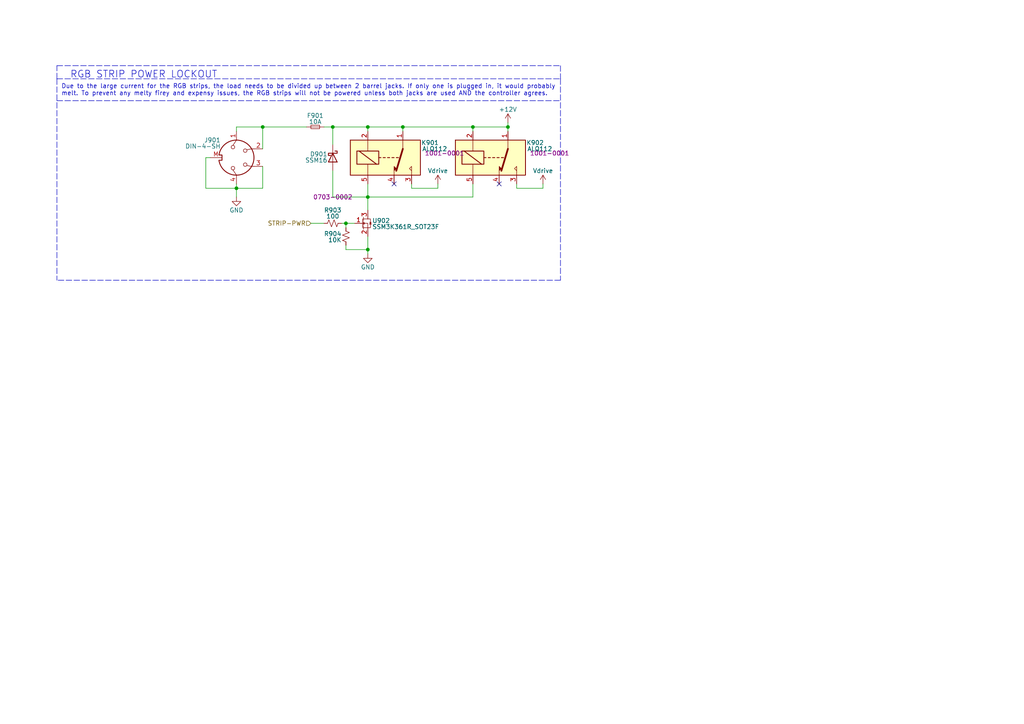
<source format=kicad_sch>
(kicad_sch (version 20211123) (generator eeschema)

  (uuid 8f45f4e1-3bcd-4411-865a-831153ec50fc)

  (paper "A4")

  (title_block
    (title "LightDrum")
    (rev "REV9")
    (company "Daxxn Industries")
  )

  (lib_symbols
    (symbol "Daxxn_Connectors:DIN-4-SH" (pin_names (offset 1.016)) (in_bom yes) (on_board yes)
      (property "Reference" "J" (id 0) (at 5.334 5.08 0)
        (effects (font (size 1.27 1.27)))
      )
      (property "Value" "DIN-4-SH" (id 1) (at -1.27 24.13 0)
        (effects (font (size 1.27 1.27)))
      )
      (property "Footprint" "" (id 2) (at 0 0 0)
        (effects (font (size 1.27 1.27)) hide)
      )
      (property "Datasheet" "http://www.mouser.com/ds/2/18/40_c091_abd_e-75918.pdf" (id 3) (at -1.27 21.59 0)
        (effects (font (size 1.27 1.27)) hide)
      )
      (property "ki_keywords" "circular DIN connector" (id 4) (at 0 0 0)
        (effects (font (size 1.27 1.27)) hide)
      )
      (property "ki_description" "4-pin DIN connector" (id 5) (at 0 0 0)
        (effects (font (size 1.27 1.27)) hide)
      )
      (property "ki_fp_filters" "DIN*" (id 6) (at 0 0 0)
        (effects (font (size 1.27 1.27)) hide)
      )
      (symbol "DIN-4-SH_0_1"
        (arc (start -5.08 0) (mid -3.8609 -3.3364) (end -0.762 -5.08)
          (stroke (width 0.254) (type default) (color 0 0 0 0))
          (fill (type none))
        )
        (circle (center -3.048 -1.016) (radius 0.508)
          (stroke (width 0) (type default) (color 0 0 0 0))
          (fill (type none))
        )
        (circle (center -2.032 2.54) (radius 0.508)
          (stroke (width 0) (type default) (color 0 0 0 0))
          (fill (type none))
        )
        (polyline
          (pts
            (xy -3.556 -1.016)
            (xy -5.08 0)
          )
          (stroke (width 0) (type default) (color 0 0 0 0))
          (fill (type none))
        )
        (polyline
          (pts
            (xy 5.08 0)
            (xy 3.556 -1.016)
          )
          (stroke (width 0) (type default) (color 0 0 0 0))
          (fill (type none))
        )
        (polyline
          (pts
            (xy -2.54 5.08)
            (xy -2.54 4.318)
            (xy -2.286 3.048)
          )
          (stroke (width 0) (type default) (color 0 0 0 0))
          (fill (type none))
        )
        (polyline
          (pts
            (xy 2.54 5.08)
            (xy 2.54 4.318)
            (xy 2.286 3.048)
          )
          (stroke (width 0) (type default) (color 0 0 0 0))
          (fill (type none))
        )
        (polyline
          (pts
            (xy -0.762 -4.953)
            (xy -0.762 -4.191)
            (xy 0.762 -4.191)
            (xy 0.762 -4.953)
          )
          (stroke (width 0.254) (type default) (color 0 0 0 0))
          (fill (type none))
        )
        (arc (start 0.762 -5.08) (mid 3.8685 -3.343) (end 5.08 0)
          (stroke (width 0.254) (type default) (color 0 0 0 0))
          (fill (type none))
        )
        (circle (center 2.032 2.54) (radius 0.508)
          (stroke (width 0) (type default) (color 0 0 0 0))
          (fill (type none))
        )
        (circle (center 3.048 -1.016) (radius 0.508)
          (stroke (width 0) (type default) (color 0 0 0 0))
          (fill (type none))
        )
        (arc (start 5.08 0) (mid 0 5.08) (end -5.08 0)
          (stroke (width 0.254) (type default) (color 0 0 0 0))
          (fill (type none))
        )
      )
      (symbol "DIN-4-SH_1_1"
        (pin passive line (at -7.62 0 0) (length 2.54)
          (name "~" (effects (font (size 1.27 1.27))))
          (number "1" (effects (font (size 1.27 1.27))))
        )
        (pin passive line (at -2.54 7.62 270) (length 2.54)
          (name "~" (effects (font (size 1.27 1.27))))
          (number "2" (effects (font (size 1.27 1.27))))
        )
        (pin passive line (at 2.54 7.62 270) (length 2.54)
          (name "~" (effects (font (size 1.27 1.27))))
          (number "3" (effects (font (size 1.27 1.27))))
        )
        (pin passive line (at 7.62 0 180) (length 2.54)
          (name "~" (effects (font (size 1.27 1.27))))
          (number "4" (effects (font (size 1.27 1.27))))
        )
        (pin passive line (at 0 -7.62 90) (length 3.3)
          (name "~" (effects (font (size 1.27 1.27))))
          (number "M" (effects (font (size 1.27 1.27))))
        )
      )
    )
    (symbol "Daxxn_Relays:ALQ112" (in_bom yes) (on_board yes)
      (property "Reference" "K" (id 0) (at 11.43 3.81 0)
        (effects (font (size 1.27 1.27)) (justify left))
      )
      (property "Value" "ALQ112" (id 1) (at 11.43 1.27 0)
        (effects (font (size 1.27 1.27)) (justify left))
      )
      (property "Footprint" "Daxxn_Relays:ALQ112" (id 2) (at 0 19.05 0)
        (effects (font (size 1.27 1.27)) hide)
      )
      (property "Datasheet" "http://www.omron.com/ecb/products/pdf/en-g5le.pdf" (id 3) (at 0 16.51 0)
        (effects (font (size 1.27 1.27)) hide)
      )
      (property "PartNumber" "1001-0001" (id 4) (at 11.43 -1.27 0)
        (effects (font (size 1.27 1.27)) (justify left))
      )
      (property "ki_keywords" "Miniature Single Pole Relay" (id 5) (at 0 0 0)
        (effects (font (size 1.27 1.27)) hide)
      )
      (property "ki_description" "Omron G5LE relay, Miniature Single Pole, SPDT, 10A" (id 6) (at 0 0 0)
        (effects (font (size 1.27 1.27)) hide)
      )
      (property "ki_fp_filters" "Relay*SPDT*Omron*G5LE?1*" (id 7) (at 0 0 0)
        (effects (font (size 1.27 1.27)) hide)
      )
      (symbol "ALQ112_0_0"
        (polyline
          (pts
            (xy 7.62 5.08)
            (xy 7.62 2.54)
            (xy 6.985 3.175)
            (xy 7.62 3.81)
          )
          (stroke (width 0) (type default) (color 0 0 0 0))
          (fill (type none))
        )
      )
      (symbol "ALQ112_0_1"
        (rectangle (start -10.16 5.08) (end 10.16 -5.08)
          (stroke (width 0.254) (type default) (color 0 0 0 0))
          (fill (type background))
        )
        (rectangle (start -8.255 1.905) (end -1.905 -1.905)
          (stroke (width 0.254) (type default) (color 0 0 0 0))
          (fill (type none))
        )
        (polyline
          (pts
            (xy -7.62 -1.905)
            (xy -2.54 1.905)
          )
          (stroke (width 0.254) (type default) (color 0 0 0 0))
          (fill (type none))
        )
        (polyline
          (pts
            (xy -5.08 -5.08)
            (xy -5.08 -1.905)
          )
          (stroke (width 0) (type default) (color 0 0 0 0))
          (fill (type none))
        )
        (polyline
          (pts
            (xy -5.08 5.08)
            (xy -5.08 1.905)
          )
          (stroke (width 0) (type default) (color 0 0 0 0))
          (fill (type none))
        )
        (polyline
          (pts
            (xy -1.905 0)
            (xy -1.27 0)
          )
          (stroke (width 0.254) (type default) (color 0 0 0 0))
          (fill (type none))
        )
        (polyline
          (pts
            (xy -0.635 0)
            (xy 0 0)
          )
          (stroke (width 0.254) (type default) (color 0 0 0 0))
          (fill (type none))
        )
        (polyline
          (pts
            (xy 0.635 0)
            (xy 1.27 0)
          )
          (stroke (width 0.254) (type default) (color 0 0 0 0))
          (fill (type none))
        )
        (polyline
          (pts
            (xy 1.905 0)
            (xy 2.54 0)
          )
          (stroke (width 0.254) (type default) (color 0 0 0 0))
          (fill (type none))
        )
        (polyline
          (pts
            (xy 3.175 0)
            (xy 3.81 0)
          )
          (stroke (width 0.254) (type default) (color 0 0 0 0))
          (fill (type none))
        )
        (polyline
          (pts
            (xy 5.08 -2.54)
            (xy 3.175 3.81)
          )
          (stroke (width 0.508) (type default) (color 0 0 0 0))
          (fill (type none))
        )
        (polyline
          (pts
            (xy 5.08 -2.54)
            (xy 5.08 -5.08)
          )
          (stroke (width 0) (type default) (color 0 0 0 0))
          (fill (type none))
        )
        (polyline
          (pts
            (xy 2.54 5.08)
            (xy 2.54 2.54)
            (xy 3.175 3.175)
            (xy 2.54 3.81)
          )
          (stroke (width 0) (type default) (color 0 0 0 0))
          (fill (type outline))
        )
      )
      (symbol "ALQ112_1_1"
        (pin passive line (at 5.08 -7.62 90) (length 2.54)
          (name "~" (effects (font (size 1.27 1.27))))
          (number "1" (effects (font (size 1.27 1.27))))
        )
        (pin passive line (at -5.08 -7.62 90) (length 2.54)
          (name "~" (effects (font (size 1.27 1.27))))
          (number "2" (effects (font (size 1.27 1.27))))
        )
        (pin passive line (at 7.62 7.62 270) (length 2.54)
          (name "~" (effects (font (size 1.27 1.27))))
          (number "3" (effects (font (size 1.27 1.27))))
        )
        (pin passive line (at 2.54 7.62 270) (length 2.54)
          (name "~" (effects (font (size 1.27 1.27))))
          (number "4" (effects (font (size 1.27 1.27))))
        )
        (pin passive line (at -5.08 7.62 270) (length 2.54)
          (name "~" (effects (font (size 1.27 1.27))))
          (number "5" (effects (font (size 1.27 1.27))))
        )
      )
    )
    (symbol "Daxxn_Transistors:SSM3K361R_SOT23F" (in_bom yes) (on_board yes)
      (property "Reference" "Q" (id 0) (at -8.89 2.54 0)
        (effects (font (size 1.27 1.27)))
      )
      (property "Value" "SSM3K361R_SOT23F" (id 1) (at -10.16 5.08 0)
        (effects (font (size 1.27 1.27)))
      )
      (property "Footprint" "Package_TO_SOT_SMD:SOT-23" (id 2) (at 1.27 12.7 0)
        (effects (font (size 1.27 1.27)) hide)
      )
      (property "Datasheet" "%LOCAL_DATASHEETS%\\SSM3K361R.pdf" (id 3) (at 1.27 15.24 0)
        (effects (font (size 1.27 1.27)) hide)
      )
      (property "PartNumber" "0703-0002" (id 4) (at -8.89 7.62 0)
        (effects (font (size 1.27 1.27)))
      )
      (property "ki_keywords" "n-ch mosfet fet esd" (id 5) (at 0 0 0)
        (effects (font (size 1.27 1.27)) hide)
      )
      (property "ki_description" "N-Ch MOSFET w/ ESD" (id 6) (at 0 0 0)
        (effects (font (size 1.27 1.27)) hide)
      )
      (symbol "SSM3K361R_SOT23F_0_0"
        (pin input line (at -2.54 0 0) (length 2.25)
          (name "G" (effects (font (size 0 0))))
          (number "1" (effects (font (size 1.27 1.27))))
        )
        (pin bidirectional line (at 1.27 -3.81 90) (length 2.54)
          (name "S" (effects (font (size 0 0))))
          (number "2" (effects (font (size 1.27 1.27))))
        )
        (pin bidirectional line (at 1.27 3.81 270) (length 2.54)
          (name "D" (effects (font (size 0 0))))
          (number "3" (effects (font (size 1.27 1.27))))
        )
      )
      (symbol "SSM3K361R_SOT23F_0_1"
        (polyline
          (pts
            (xy -0.254 -1.27)
            (xy -0.254 1.27)
          )
          (stroke (width 0) (type default) (color 0 0 0 0))
          (fill (type none))
        )
        (polyline
          (pts
            (xy 0 -1.778)
            (xy 0 -0.762)
          )
          (stroke (width 0) (type default) (color 0 0 0 0))
          (fill (type none))
        )
        (polyline
          (pts
            (xy 0 -0.508)
            (xy 0 0.508)
          )
          (stroke (width 0) (type default) (color 0 0 0 0))
          (fill (type none))
        )
        (polyline
          (pts
            (xy 0 1.778)
            (xy 0 0.762)
          )
          (stroke (width 0) (type default) (color 0 0 0 0))
          (fill (type none))
        )
        (polyline
          (pts
            (xy 1.778 0.254)
            (xy 2.286 0.254)
          )
          (stroke (width 0) (type default) (color 0 0 0 0))
          (fill (type none))
        )
        (polyline
          (pts
            (xy 0 -1.27)
            (xy 1.27 -1.27)
            (xy 1.27 -1.27)
          )
          (stroke (width 0) (type default) (color 0 0 0 0))
          (fill (type none))
        )
        (polyline
          (pts
            (xy 0 1.27)
            (xy 1.27 1.27)
            (xy 1.27 1.27)
          )
          (stroke (width 0) (type default) (color 0 0 0 0))
          (fill (type none))
        )
        (polyline
          (pts
            (xy 1.27 -1.27)
            (xy 1.27 0)
            (xy 0 0)
          )
          (stroke (width 0) (type default) (color 0 0 0 0))
          (fill (type none))
        )
        (polyline
          (pts
            (xy 0 0)
            (xy 0.254 0.254)
            (xy 0.254 -0.254)
            (xy 0 0)
          )
          (stroke (width 0) (type default) (color 0 0 0 0))
          (fill (type none))
        )
        (polyline
          (pts
            (xy 1.27 -1.27)
            (xy 2.032 -1.27)
            (xy 2.032 1.27)
            (xy 1.27 1.27)
          )
          (stroke (width 0) (type default) (color 0 0 0 0))
          (fill (type none))
        )
        (polyline
          (pts
            (xy 2.032 0.254)
            (xy 1.778 -0.254)
            (xy 2.286 -0.254)
            (xy 2.032 0.254)
          )
          (stroke (width 0) (type default) (color 0 0 0 0))
          (fill (type outline))
        )
      )
    )
    (symbol "Device:D_Schottky" (pin_numbers hide) (pin_names (offset 1.016) hide) (in_bom yes) (on_board yes)
      (property "Reference" "D" (id 0) (at 0 2.54 0)
        (effects (font (size 1.27 1.27)))
      )
      (property "Value" "D_Schottky" (id 1) (at 0 -2.54 0)
        (effects (font (size 1.27 1.27)))
      )
      (property "Footprint" "" (id 2) (at 0 0 0)
        (effects (font (size 1.27 1.27)) hide)
      )
      (property "Datasheet" "~" (id 3) (at 0 0 0)
        (effects (font (size 1.27 1.27)) hide)
      )
      (property "ki_keywords" "diode Schottky" (id 4) (at 0 0 0)
        (effects (font (size 1.27 1.27)) hide)
      )
      (property "ki_description" "Schottky diode" (id 5) (at 0 0 0)
        (effects (font (size 1.27 1.27)) hide)
      )
      (property "ki_fp_filters" "TO-???* *_Diode_* *SingleDiode* D_*" (id 6) (at 0 0 0)
        (effects (font (size 1.27 1.27)) hide)
      )
      (symbol "D_Schottky_0_1"
        (polyline
          (pts
            (xy 1.27 0)
            (xy -1.27 0)
          )
          (stroke (width 0) (type default) (color 0 0 0 0))
          (fill (type none))
        )
        (polyline
          (pts
            (xy 1.27 1.27)
            (xy 1.27 -1.27)
            (xy -1.27 0)
            (xy 1.27 1.27)
          )
          (stroke (width 0.254) (type default) (color 0 0 0 0))
          (fill (type none))
        )
        (polyline
          (pts
            (xy -1.905 0.635)
            (xy -1.905 1.27)
            (xy -1.27 1.27)
            (xy -1.27 -1.27)
            (xy -0.635 -1.27)
            (xy -0.635 -0.635)
          )
          (stroke (width 0.254) (type default) (color 0 0 0 0))
          (fill (type none))
        )
      )
      (symbol "D_Schottky_1_1"
        (pin passive line (at -3.81 0 0) (length 2.54)
          (name "K" (effects (font (size 1.27 1.27))))
          (number "1" (effects (font (size 1.27 1.27))))
        )
        (pin passive line (at 3.81 0 180) (length 2.54)
          (name "A" (effects (font (size 1.27 1.27))))
          (number "2" (effects (font (size 1.27 1.27))))
        )
      )
    )
    (symbol "Device:Fuse_Small" (pin_numbers hide) (pin_names (offset 0.254) hide) (in_bom yes) (on_board yes)
      (property "Reference" "F" (id 0) (at 0 -1.524 0)
        (effects (font (size 1.27 1.27)))
      )
      (property "Value" "Fuse_Small" (id 1) (at 0 1.524 0)
        (effects (font (size 1.27 1.27)))
      )
      (property "Footprint" "" (id 2) (at 0 0 0)
        (effects (font (size 1.27 1.27)) hide)
      )
      (property "Datasheet" "~" (id 3) (at 0 0 0)
        (effects (font (size 1.27 1.27)) hide)
      )
      (property "ki_keywords" "fuse" (id 4) (at 0 0 0)
        (effects (font (size 1.27 1.27)) hide)
      )
      (property "ki_description" "Fuse, small symbol" (id 5) (at 0 0 0)
        (effects (font (size 1.27 1.27)) hide)
      )
      (property "ki_fp_filters" "SM*" (id 6) (at 0 0 0)
        (effects (font (size 1.27 1.27)) hide)
      )
      (symbol "Fuse_Small_0_1"
        (rectangle (start -1.27 0.508) (end 1.27 -0.508)
          (stroke (width 0) (type default) (color 0 0 0 0))
          (fill (type none))
        )
        (polyline
          (pts
            (xy -1.27 0)
            (xy 1.27 0)
          )
          (stroke (width 0) (type default) (color 0 0 0 0))
          (fill (type none))
        )
      )
      (symbol "Fuse_Small_1_1"
        (pin passive line (at -2.54 0 0) (length 1.27)
          (name "~" (effects (font (size 1.27 1.27))))
          (number "1" (effects (font (size 1.27 1.27))))
        )
        (pin passive line (at 2.54 0 180) (length 1.27)
          (name "~" (effects (font (size 1.27 1.27))))
          (number "2" (effects (font (size 1.27 1.27))))
        )
      )
    )
    (symbol "Device:R_Small_US" (pin_numbers hide) (pin_names (offset 0.254) hide) (in_bom yes) (on_board yes)
      (property "Reference" "R" (id 0) (at 0.762 0.508 0)
        (effects (font (size 1.27 1.27)) (justify left))
      )
      (property "Value" "R_Small_US" (id 1) (at 0.762 -1.016 0)
        (effects (font (size 1.27 1.27)) (justify left))
      )
      (property "Footprint" "" (id 2) (at 0 0 0)
        (effects (font (size 1.27 1.27)) hide)
      )
      (property "Datasheet" "~" (id 3) (at 0 0 0)
        (effects (font (size 1.27 1.27)) hide)
      )
      (property "ki_keywords" "r resistor" (id 4) (at 0 0 0)
        (effects (font (size 1.27 1.27)) hide)
      )
      (property "ki_description" "Resistor, small US symbol" (id 5) (at 0 0 0)
        (effects (font (size 1.27 1.27)) hide)
      )
      (property "ki_fp_filters" "R_*" (id 6) (at 0 0 0)
        (effects (font (size 1.27 1.27)) hide)
      )
      (symbol "R_Small_US_1_1"
        (polyline
          (pts
            (xy 0 0)
            (xy 1.016 -0.381)
            (xy 0 -0.762)
            (xy -1.016 -1.143)
            (xy 0 -1.524)
          )
          (stroke (width 0) (type default) (color 0 0 0 0))
          (fill (type none))
        )
        (polyline
          (pts
            (xy 0 1.524)
            (xy 1.016 1.143)
            (xy 0 0.762)
            (xy -1.016 0.381)
            (xy 0 0)
          )
          (stroke (width 0) (type default) (color 0 0 0 0))
          (fill (type none))
        )
        (pin passive line (at 0 2.54 270) (length 1.016)
          (name "~" (effects (font (size 1.27 1.27))))
          (number "1" (effects (font (size 1.27 1.27))))
        )
        (pin passive line (at 0 -2.54 90) (length 1.016)
          (name "~" (effects (font (size 1.27 1.27))))
          (number "2" (effects (font (size 1.27 1.27))))
        )
      )
    )
    (symbol "power:+12V" (power) (pin_names (offset 0)) (in_bom yes) (on_board yes)
      (property "Reference" "#PWR" (id 0) (at 0 -3.81 0)
        (effects (font (size 1.27 1.27)) hide)
      )
      (property "Value" "+12V" (id 1) (at 0 3.556 0)
        (effects (font (size 1.27 1.27)))
      )
      (property "Footprint" "" (id 2) (at 0 0 0)
        (effects (font (size 1.27 1.27)) hide)
      )
      (property "Datasheet" "" (id 3) (at 0 0 0)
        (effects (font (size 1.27 1.27)) hide)
      )
      (property "ki_keywords" "power-flag" (id 4) (at 0 0 0)
        (effects (font (size 1.27 1.27)) hide)
      )
      (property "ki_description" "Power symbol creates a global label with name \"+12V\"" (id 5) (at 0 0 0)
        (effects (font (size 1.27 1.27)) hide)
      )
      (symbol "+12V_0_1"
        (polyline
          (pts
            (xy -0.762 1.27)
            (xy 0 2.54)
          )
          (stroke (width 0) (type default) (color 0 0 0 0))
          (fill (type none))
        )
        (polyline
          (pts
            (xy 0 0)
            (xy 0 2.54)
          )
          (stroke (width 0) (type default) (color 0 0 0 0))
          (fill (type none))
        )
        (polyline
          (pts
            (xy 0 2.54)
            (xy 0.762 1.27)
          )
          (stroke (width 0) (type default) (color 0 0 0 0))
          (fill (type none))
        )
      )
      (symbol "+12V_1_1"
        (pin power_in line (at 0 0 90) (length 0) hide
          (name "+12V" (effects (font (size 1.27 1.27))))
          (number "1" (effects (font (size 1.27 1.27))))
        )
      )
    )
    (symbol "power:GND" (power) (pin_names (offset 0)) (in_bom yes) (on_board yes)
      (property "Reference" "#PWR" (id 0) (at 0 -6.35 0)
        (effects (font (size 1.27 1.27)) hide)
      )
      (property "Value" "GND" (id 1) (at 0 -3.81 0)
        (effects (font (size 1.27 1.27)))
      )
      (property "Footprint" "" (id 2) (at 0 0 0)
        (effects (font (size 1.27 1.27)) hide)
      )
      (property "Datasheet" "" (id 3) (at 0 0 0)
        (effects (font (size 1.27 1.27)) hide)
      )
      (property "ki_keywords" "power-flag" (id 4) (at 0 0 0)
        (effects (font (size 1.27 1.27)) hide)
      )
      (property "ki_description" "Power symbol creates a global label with name \"GND\" , ground" (id 5) (at 0 0 0)
        (effects (font (size 1.27 1.27)) hide)
      )
      (symbol "GND_0_1"
        (polyline
          (pts
            (xy 0 0)
            (xy 0 -1.27)
            (xy 1.27 -1.27)
            (xy 0 -2.54)
            (xy -1.27 -1.27)
            (xy 0 -1.27)
          )
          (stroke (width 0) (type default) (color 0 0 0 0))
          (fill (type none))
        )
      )
      (symbol "GND_1_1"
        (pin power_in line (at 0 0 270) (length 0) hide
          (name "GND" (effects (font (size 1.27 1.27))))
          (number "1" (effects (font (size 1.27 1.27))))
        )
      )
    )
    (symbol "power:Vdrive" (power) (pin_names (offset 0)) (in_bom yes) (on_board yes)
      (property "Reference" "#PWR" (id 0) (at -5.08 -3.81 0)
        (effects (font (size 1.27 1.27)) hide)
      )
      (property "Value" "Vdrive" (id 1) (at 0 3.81 0)
        (effects (font (size 1.27 1.27)))
      )
      (property "Footprint" "" (id 2) (at 0 0 0)
        (effects (font (size 1.27 1.27)) hide)
      )
      (property "Datasheet" "" (id 3) (at 0 0 0)
        (effects (font (size 1.27 1.27)) hide)
      )
      (property "ki_keywords" "power-flag" (id 4) (at 0 0 0)
        (effects (font (size 1.27 1.27)) hide)
      )
      (property "ki_description" "Power symbol creates a global label with name \"Vdrive\"" (id 5) (at 0 0 0)
        (effects (font (size 1.27 1.27)) hide)
      )
      (symbol "Vdrive_0_1"
        (polyline
          (pts
            (xy -0.762 1.27)
            (xy 0 2.54)
          )
          (stroke (width 0) (type default) (color 0 0 0 0))
          (fill (type none))
        )
        (polyline
          (pts
            (xy 0 0)
            (xy 0 2.54)
          )
          (stroke (width 0) (type default) (color 0 0 0 0))
          (fill (type none))
        )
        (polyline
          (pts
            (xy 0 2.54)
            (xy 0.762 1.27)
          )
          (stroke (width 0) (type default) (color 0 0 0 0))
          (fill (type none))
        )
      )
      (symbol "Vdrive_1_1"
        (pin power_in line (at 0 0 90) (length 0) hide
          (name "Vdrive" (effects (font (size 1.27 1.27))))
          (number "1" (effects (font (size 1.27 1.27))))
        )
      )
    )
  )

  (junction (at 96.52 36.83) (diameter 0) (color 0 0 0 0)
    (uuid 04920894-165b-4786-810b-72e5384be90f)
  )
  (junction (at 116.84 36.83) (diameter 0) (color 0 0 0 0)
    (uuid 16441f0d-3340-429c-9b57-1145d28c9774)
  )
  (junction (at 106.68 57.15) (diameter 0) (color 0 0 0 0)
    (uuid 16f77423-c57e-4ebd-b96b-84a413883ab4)
  )
  (junction (at 100.33 64.77) (diameter 0) (color 0 0 0 0)
    (uuid 49e62ad6-8a3e-44e0-b7d3-d55c9bfecc33)
  )
  (junction (at 137.16 36.83) (diameter 0) (color 0 0 0 0)
    (uuid 5ed7567d-42b4-48b8-9db6-df39b2ddc780)
  )
  (junction (at 106.68 36.83) (diameter 0) (color 0 0 0 0)
    (uuid 882e1d30-de66-4d92-a69f-9ed1b177de8c)
  )
  (junction (at 147.32 36.83) (diameter 0) (color 0 0 0 0)
    (uuid 9164b69f-054d-45f7-a4c3-5e6508b0828c)
  )
  (junction (at 106.68 72.39) (diameter 0) (color 0 0 0 0)
    (uuid 9dbd9e58-b0af-4c50-8d69-b3f555dfa82e)
  )
  (junction (at 68.58 54.61) (diameter 0) (color 0 0 0 0)
    (uuid f6b53e57-ae2e-4fce-a6aa-0a0a8fb9df34)
  )
  (junction (at 76.2 36.83) (diameter 0) (color 0 0 0 0)
    (uuid f8d77bb6-a64e-49ba-84fb-21f5172ac965)
  )

  (no_connect (at 144.78 53.34) (uuid 69381e49-4c1b-4e8c-b05a-c97dcba08678))
  (no_connect (at 114.3 53.34) (uuid 713970a2-aeba-4aff-8be6-0c1bd05d2ead))

  (wire (pts (xy 93.98 36.83) (xy 96.52 36.83))
    (stroke (width 0) (type default) (color 0 0 0 0))
    (uuid 00cd7963-fb04-4407-b3c5-05d71c6b4171)
  )
  (wire (pts (xy 149.86 54.61) (xy 157.48 54.61))
    (stroke (width 0) (type default) (color 0 0 0 0))
    (uuid 06a0c2da-61f5-41ed-b471-6c106256266a)
  )
  (wire (pts (xy 59.69 45.72) (xy 59.69 54.61))
    (stroke (width 0) (type default) (color 0 0 0 0))
    (uuid 087be209-c416-4c47-a9aa-b6007b103896)
  )
  (wire (pts (xy 106.68 60.96) (xy 106.68 57.15))
    (stroke (width 0) (type default) (color 0 0 0 0))
    (uuid 09431d25-5c57-499c-841a-ab447ac033c6)
  )
  (wire (pts (xy 59.69 54.61) (xy 68.58 54.61))
    (stroke (width 0) (type default) (color 0 0 0 0))
    (uuid 0a7ebb8f-72f5-4c3c-8cd9-fbe391262878)
  )
  (wire (pts (xy 99.06 64.77) (xy 100.33 64.77))
    (stroke (width 0) (type default) (color 0 0 0 0))
    (uuid 1f37b950-9945-453e-a3a9-856f4df5298c)
  )
  (polyline (pts (xy 16.51 22.86) (xy 16.51 81.28))
    (stroke (width 0) (type default) (color 0 0 0 0))
    (uuid 2149cf6c-f4a2-40d1-8114-0da16b08e218)
  )

  (wire (pts (xy 157.48 53.34) (xy 157.48 54.61))
    (stroke (width 0) (type default) (color 0 0 0 0))
    (uuid 2325b341-dcd4-4d3c-9f9a-f461a03a451a)
  )
  (wire (pts (xy 96.52 36.83) (xy 96.52 41.91))
    (stroke (width 0) (type default) (color 0 0 0 0))
    (uuid 23d15217-96ba-4105-a78a-262263a67292)
  )
  (wire (pts (xy 147.32 36.83) (xy 147.32 38.1))
    (stroke (width 0) (type default) (color 0 0 0 0))
    (uuid 268a2ade-9096-42da-83d7-170ddc144d37)
  )
  (wire (pts (xy 149.86 53.34) (xy 149.86 54.61))
    (stroke (width 0) (type default) (color 0 0 0 0))
    (uuid 27297095-adc3-409c-89a9-8f7fdd3e5551)
  )
  (wire (pts (xy 106.68 72.39) (xy 106.68 73.66))
    (stroke (width 0) (type default) (color 0 0 0 0))
    (uuid 31c6db1c-e44b-41e4-b6fc-c03d1fed5f15)
  )
  (wire (pts (xy 116.84 36.83) (xy 137.16 36.83))
    (stroke (width 0) (type default) (color 0 0 0 0))
    (uuid 3a096091-a0ea-405e-8201-96530842beed)
  )
  (wire (pts (xy 100.33 66.04) (xy 100.33 64.77))
    (stroke (width 0) (type default) (color 0 0 0 0))
    (uuid 3a9b687b-81a2-49e2-b773-cc7f393fc352)
  )
  (wire (pts (xy 147.32 35.56) (xy 147.32 36.83))
    (stroke (width 0) (type default) (color 0 0 0 0))
    (uuid 3dca3ee7-b988-4b26-958e-51762efef9e0)
  )
  (wire (pts (xy 116.84 38.1) (xy 116.84 36.83))
    (stroke (width 0) (type default) (color 0 0 0 0))
    (uuid 43eab7a3-63bc-47bd-902a-90ba5fa2722b)
  )
  (wire (pts (xy 137.16 57.15) (xy 137.16 53.34))
    (stroke (width 0) (type default) (color 0 0 0 0))
    (uuid 4e392f36-44f5-4a7c-a12c-14a949cb3daf)
  )
  (wire (pts (xy 119.38 53.34) (xy 119.38 54.61))
    (stroke (width 0) (type default) (color 0 0 0 0))
    (uuid 51322a6f-8c22-4332-bc4d-b3738afee79e)
  )
  (wire (pts (xy 147.32 36.83) (xy 137.16 36.83))
    (stroke (width 0) (type default) (color 0 0 0 0))
    (uuid 671eb6ce-4f92-43c6-bc33-b1381d43cd3f)
  )
  (wire (pts (xy 68.58 36.83) (xy 76.2 36.83))
    (stroke (width 0) (type default) (color 0 0 0 0))
    (uuid 6b2c6d19-689a-4fa1-8f13-d13b8b68dd6a)
  )
  (wire (pts (xy 59.69 45.72) (xy 60.96 45.72))
    (stroke (width 0) (type default) (color 0 0 0 0))
    (uuid 6ebe41f1-4be1-42e4-ad1c-1fd4a83f97d4)
  )
  (polyline (pts (xy 16.51 22.86) (xy 162.56 22.86))
    (stroke (width 0) (type default) (color 0 0 0 0))
    (uuid 7692d724-9c33-4d5a-9554-d19de919d641)
  )

  (wire (pts (xy 96.52 36.83) (xy 106.68 36.83))
    (stroke (width 0) (type default) (color 0 0 0 0))
    (uuid 76e5533d-69a0-4fb1-b038-8721da0f3f13)
  )
  (wire (pts (xy 68.58 38.1) (xy 68.58 36.83))
    (stroke (width 0) (type default) (color 0 0 0 0))
    (uuid 7c3fbf6a-1736-425c-b74d-b90df08e50fa)
  )
  (wire (pts (xy 116.84 36.83) (xy 106.68 36.83))
    (stroke (width 0) (type default) (color 0 0 0 0))
    (uuid 7eb90e8b-141c-4fc0-9d41-5051fdc96ade)
  )
  (wire (pts (xy 100.33 72.39) (xy 106.68 72.39))
    (stroke (width 0) (type default) (color 0 0 0 0))
    (uuid 81969773-d38b-49ee-a18d-88b99f52a33f)
  )
  (wire (pts (xy 106.68 36.83) (xy 106.68 38.1))
    (stroke (width 0) (type default) (color 0 0 0 0))
    (uuid 91cddfeb-44d0-4bca-aebf-22878ff6b916)
  )
  (polyline (pts (xy 16.51 29.21) (xy 162.56 29.21))
    (stroke (width 0) (type default) (color 0 0 0 0))
    (uuid 926a7c36-6923-44cf-b647-31c93fe89440)
  )

  (wire (pts (xy 100.33 64.77) (xy 102.87 64.77))
    (stroke (width 0) (type default) (color 0 0 0 0))
    (uuid 97cf951e-23b8-403d-8029-f80100c0ef75)
  )
  (polyline (pts (xy 162.56 22.86) (xy 162.56 81.28))
    (stroke (width 0) (type default) (color 0 0 0 0))
    (uuid 9cf896f1-e316-4dc8-9452-b3ccffb0f3d8)
  )

  (wire (pts (xy 76.2 36.83) (xy 88.9 36.83))
    (stroke (width 0) (type default) (color 0 0 0 0))
    (uuid 9f335c97-4edf-4781-a78b-56a49761e9b2)
  )
  (wire (pts (xy 106.68 53.34) (xy 106.68 57.15))
    (stroke (width 0) (type default) (color 0 0 0 0))
    (uuid 9fd4465c-d299-4162-82fe-2db16549c389)
  )
  (polyline (pts (xy 16.51 19.05) (xy 162.56 19.05))
    (stroke (width 0) (type default) (color 0 0 0 0))
    (uuid a6588b56-8bbe-42b4-8353-1d31a64f326e)
  )

  (wire (pts (xy 68.58 54.61) (xy 68.58 57.15))
    (stroke (width 0) (type default) (color 0 0 0 0))
    (uuid ad1340d3-d8a2-404b-bd97-3d91c3f830ea)
  )
  (wire (pts (xy 100.33 71.12) (xy 100.33 72.39))
    (stroke (width 0) (type default) (color 0 0 0 0))
    (uuid aeaa310f-2f3d-4fd1-9fc7-89e04ebc7699)
  )
  (wire (pts (xy 106.68 57.15) (xy 137.16 57.15))
    (stroke (width 0) (type default) (color 0 0 0 0))
    (uuid af1d97d9-1319-453a-8f8a-3bc31b6b4812)
  )
  (wire (pts (xy 76.2 36.83) (xy 76.2 43.18))
    (stroke (width 0) (type default) (color 0 0 0 0))
    (uuid b28a1939-ecb0-4277-b7b6-dff00aae08ec)
  )
  (wire (pts (xy 106.68 68.58) (xy 106.68 72.39))
    (stroke (width 0) (type default) (color 0 0 0 0))
    (uuid c0263cbf-f3a2-41e8-857c-2a8680bae4c2)
  )
  (polyline (pts (xy 162.56 19.05) (xy 162.56 22.86))
    (stroke (width 0) (type default) (color 0 0 0 0))
    (uuid c2a9c664-de96-4cf8-94b5-9157cee2d5e0)
  )

  (wire (pts (xy 96.52 49.53) (xy 96.52 57.15))
    (stroke (width 0) (type default) (color 0 0 0 0))
    (uuid c5905a6c-e79a-4493-8c9d-260b0a3f1121)
  )
  (wire (pts (xy 137.16 36.83) (xy 137.16 38.1))
    (stroke (width 0) (type default) (color 0 0 0 0))
    (uuid c80abdea-1aee-44ec-9d80-848d985b2823)
  )
  (wire (pts (xy 106.68 57.15) (xy 96.52 57.15))
    (stroke (width 0) (type default) (color 0 0 0 0))
    (uuid c860d210-ad2d-4850-a8fd-a4357299ff42)
  )
  (polyline (pts (xy 162.56 81.28) (xy 16.51 81.28))
    (stroke (width 0) (type default) (color 0 0 0 0))
    (uuid cd3e9662-8dca-40d4-930b-5c7525d6f2d6)
  )

  (wire (pts (xy 68.58 53.34) (xy 68.58 54.61))
    (stroke (width 0) (type default) (color 0 0 0 0))
    (uuid d31485b2-d404-4298-ad16-c5f82008b9a4)
  )
  (wire (pts (xy 127 53.34) (xy 127 54.61))
    (stroke (width 0) (type default) (color 0 0 0 0))
    (uuid d9dbab56-7b1c-4932-8500-1e6488195c0a)
  )
  (wire (pts (xy 76.2 48.26) (xy 76.2 54.61))
    (stroke (width 0) (type default) (color 0 0 0 0))
    (uuid dbe5b226-b55f-4ce9-95af-4f9c61046083)
  )
  (wire (pts (xy 90.17 64.77) (xy 93.98 64.77))
    (stroke (width 0) (type default) (color 0 0 0 0))
    (uuid ddc949cd-0acf-420c-848a-8930b09b11f8)
  )
  (wire (pts (xy 76.2 54.61) (xy 68.58 54.61))
    (stroke (width 0) (type default) (color 0 0 0 0))
    (uuid e688840b-035a-47bb-986f-b4c979a9ea0a)
  )
  (polyline (pts (xy 16.51 22.86) (xy 16.51 19.05))
    (stroke (width 0) (type default) (color 0 0 0 0))
    (uuid f25878e9-72fd-49c2-b446-2bbad5391db7)
  )

  (wire (pts (xy 119.38 54.61) (xy 127 54.61))
    (stroke (width 0) (type default) (color 0 0 0 0))
    (uuid f6f74d7f-d8dd-4945-9f6f-5dfe95a43f5c)
  )

  (text "Due to the large current for the RGB strips, the load needs to be divided up between 2 barrel jacks. If only one is plugged in, it would probably\nmelt. To prevent any melty firey and expensy issues, the RGB strips will not be powered unless both jacks are used AND the controller agrees."
    (at 17.78 27.94 0)
    (effects (font (size 1.27 1.27)) (justify left bottom))
    (uuid 1260307a-5bd6-4517-9a5a-d8490f3a2d42)
  )
  (text "RGB STRIP POWER LOCKOUT" (at 20.32 22.86 0)
    (effects (font (size 2 2)) (justify left bottom))
    (uuid 5c8c833a-dc37-41e0-a8dc-b151df92d4b5)
  )

  (hierarchical_label "STRIP-PWR" (shape input) (at 90.17 64.77 180)
    (effects (font (size 1.27 1.27)) (justify right))
    (uuid 1d282f34-fb53-495d-8942-d011a7b8c921)
  )

  (symbol (lib_id "Daxxn_Connectors:DIN-4-SH") (at 68.58 45.72 270) (unit 1)
    (in_bom yes) (on_board yes)
    (uuid 3044edb8-a4ee-4145-9422-d553641a5b4f)
    (property "Reference" "J901" (id 0) (at 64.008 40.64 90)
      (effects (font (size 1.27 1.27)) (justify right))
    )
    (property "Value" "DIN-4-SH" (id 1) (at 64.008 42.418 90)
      (effects (font (size 1.27 1.27)) (justify right))
    )
    (property "Footprint" "Daxxn_Connectors:KPJXHT-4S-S" (id 2) (at 68.58 45.72 0)
      (effects (font (size 1.27 1.27)) hide)
    )
    (property "Datasheet" "http://www.mouser.com/ds/2/18/40_c091_abd_e-75918.pdf" (id 3) (at 90.17 44.45 0)
      (effects (font (size 1.27 1.27)) hide)
    )
    (pin "1" (uuid add63d56-906e-480d-bbfc-12c172a8d5e4))
    (pin "2" (uuid 83ffc792-0522-4cb5-846e-1074c137cba7))
    (pin "3" (uuid fa93970e-7385-46d5-b575-345ad7644a4d))
    (pin "4" (uuid 4ed8f747-de20-4bb3-8651-79d86c89ea78))
    (pin "M" (uuid 6c037e5b-3ea9-4c07-b5e0-ea201b51e32a))
  )

  (symbol (lib_id "power:+12V") (at 147.32 35.56 0) (unit 1)
    (in_bom yes) (on_board yes)
    (uuid 47fb5c2d-ab47-420c-9960-e8072ca914a1)
    (property "Reference" "#PWR0901" (id 0) (at 147.32 39.37 0)
      (effects (font (size 1.27 1.27)) hide)
    )
    (property "Value" "+12V" (id 1) (at 147.32 31.75 0))
    (property "Footprint" "" (id 2) (at 147.32 35.56 0)
      (effects (font (size 1.27 1.27)) hide)
    )
    (property "Datasheet" "" (id 3) (at 147.32 35.56 0)
      (effects (font (size 1.27 1.27)) hide)
    )
    (pin "1" (uuid 9ca8b1f0-73df-4277-81bf-9f6c6095730e))
  )

  (symbol (lib_id "Device:R_Small_US") (at 96.52 64.77 90) (unit 1)
    (in_bom yes) (on_board yes)
    (uuid 4bb1604e-6acf-4e94-bb8f-909573becb82)
    (property "Reference" "R903" (id 0) (at 96.52 60.96 90))
    (property "Value" "100" (id 1) (at 96.52 62.738 90))
    (property "Footprint" "Resistor_SMD:R_0805_2012Metric" (id 2) (at 96.52 64.77 0)
      (effects (font (size 1.27 1.27)) hide)
    )
    (property "Datasheet" "~" (id 3) (at 96.52 64.77 0)
      (effects (font (size 1.27 1.27)) hide)
    )
    (pin "1" (uuid a330757f-da98-4d4c-8cc5-d12ca35525c9))
    (pin "2" (uuid ce40045e-31fb-4741-bccb-55573d84b88a))
  )

  (symbol (lib_id "Daxxn_Transistors:SSM3K361R_SOT23F") (at 105.41 64.77 0) (unit 1)
    (in_bom yes) (on_board yes)
    (uuid 55ac4b14-bf8c-496a-858a-007135dc9a97)
    (property "Reference" "U902" (id 0) (at 107.95 64.008 0)
      (effects (font (size 1.27 1.27)) (justify left))
    )
    (property "Value" "SSM3K361R_SOT23F" (id 1) (at 107.95 65.786 0)
      (effects (font (size 1.27 1.27)) (justify left))
    )
    (property "Footprint" "Package_TO_SOT_SMD:SOT-23" (id 2) (at 106.68 52.07 0)
      (effects (font (size 1.27 1.27)) hide)
    )
    (property "Datasheet" "%LOCAL_DATASHEETS%\\SSM3K361R.pdf" (id 3) (at 106.68 49.53 0)
      (effects (font (size 1.27 1.27)) hide)
    )
    (property "PartNumber" "0703-0002" (id 4) (at 96.52 57.15 0))
    (pin "1" (uuid 7cae6cb4-3c4c-4a6c-92eb-cbf96d922391))
    (pin "2" (uuid 7baf6ae0-2252-4517-8eb8-2d383551f086))
    (pin "3" (uuid 03c3ca6a-ab22-469f-81b2-b4a33716ecb2))
  )

  (symbol (lib_id "power:GND") (at 68.58 57.15 0) (unit 1)
    (in_bom yes) (on_board yes)
    (uuid 618cb43c-ab38-49b9-9412-470baa8827a5)
    (property "Reference" "#PWR0905" (id 0) (at 68.58 63.5 0)
      (effects (font (size 1.27 1.27)) hide)
    )
    (property "Value" "GND" (id 1) (at 68.58 60.96 0))
    (property "Footprint" "" (id 2) (at 68.58 57.15 0)
      (effects (font (size 1.27 1.27)) hide)
    )
    (property "Datasheet" "" (id 3) (at 68.58 57.15 0)
      (effects (font (size 1.27 1.27)) hide)
    )
    (pin "1" (uuid da53c29f-48fb-41b2-96f7-9ac7cea3f713))
  )

  (symbol (lib_id "power:Vdrive") (at 127 53.34 0) (unit 1)
    (in_bom yes) (on_board yes)
    (uuid 7f2f6397-c9ea-4361-9a5e-c9c6130be714)
    (property "Reference" "#PWR0903" (id 0) (at 121.92 57.15 0)
      (effects (font (size 1.27 1.27)) hide)
    )
    (property "Value" "Vdrive" (id 1) (at 127 49.53 0))
    (property "Footprint" "" (id 2) (at 127 53.34 0)
      (effects (font (size 1.27 1.27)) hide)
    )
    (property "Datasheet" "" (id 3) (at 127 53.34 0)
      (effects (font (size 1.27 1.27)) hide)
    )
    (pin "1" (uuid 915c53bb-c05a-4871-9446-c18f7041137d))
  )

  (symbol (lib_id "power:GND") (at 106.68 73.66 0) (unit 1)
    (in_bom yes) (on_board yes)
    (uuid 99390951-a161-4727-8d6f-46d7a6dae71b)
    (property "Reference" "#PWR0906" (id 0) (at 106.68 80.01 0)
      (effects (font (size 1.27 1.27)) hide)
    )
    (property "Value" "GND" (id 1) (at 106.68 77.47 0))
    (property "Footprint" "" (id 2) (at 106.68 73.66 0)
      (effects (font (size 1.27 1.27)) hide)
    )
    (property "Datasheet" "" (id 3) (at 106.68 73.66 0)
      (effects (font (size 1.27 1.27)) hide)
    )
    (pin "1" (uuid 8da83e62-c765-40ac-9e3b-dffe905f99f2))
  )

  (symbol (lib_id "Device:Fuse_Small") (at 91.44 36.83 0) (unit 1)
    (in_bom yes) (on_board yes)
    (uuid a39938f5-0133-4951-8ce0-2ef3f8e464a4)
    (property "Reference" "F901" (id 0) (at 91.44 33.528 0))
    (property "Value" "10A" (id 1) (at 91.44 35.306 0))
    (property "Footprint" "Daxxn_Protection:3557-10" (id 2) (at 91.44 36.83 0)
      (effects (font (size 1.27 1.27)) hide)
    )
    (property "Datasheet" "~" (id 3) (at 91.44 36.83 0)
      (effects (font (size 1.27 1.27)) hide)
    )
    (pin "1" (uuid f266a881-f35b-43e2-a860-acc1dabe131e))
    (pin "2" (uuid 5e7edc49-a096-404b-be3a-d456342979f4))
  )

  (symbol (lib_id "power:Vdrive") (at 157.48 53.34 0) (unit 1)
    (in_bom yes) (on_board yes)
    (uuid b7ca2765-b465-4119-9208-71ba43d05986)
    (property "Reference" "#PWR0904" (id 0) (at 152.4 57.15 0)
      (effects (font (size 1.27 1.27)) hide)
    )
    (property "Value" "Vdrive" (id 1) (at 157.48 49.53 0))
    (property "Footprint" "" (id 2) (at 157.48 53.34 0)
      (effects (font (size 1.27 1.27)) hide)
    )
    (property "Datasheet" "" (id 3) (at 157.48 53.34 0)
      (effects (font (size 1.27 1.27)) hide)
    )
    (pin "1" (uuid fb5c5a3e-f405-4512-bafb-f2211f1a05b7))
  )

  (symbol (lib_id "Device:R_Small_US") (at 100.33 68.58 0) (unit 1)
    (in_bom yes) (on_board yes)
    (uuid c9b4bc97-7380-4318-8324-8909096303dc)
    (property "Reference" "R904" (id 0) (at 99.06 67.818 0)
      (effects (font (size 1.27 1.27)) (justify right))
    )
    (property "Value" "10K" (id 1) (at 99.06 69.596 0)
      (effects (font (size 1.27 1.27)) (justify right))
    )
    (property "Footprint" "Resistor_SMD:R_0805_2012Metric" (id 2) (at 100.33 68.58 0)
      (effects (font (size 1.27 1.27)) hide)
    )
    (property "Datasheet" "~" (id 3) (at 100.33 68.58 0)
      (effects (font (size 1.27 1.27)) hide)
    )
    (pin "1" (uuid 6c95291f-5c62-469d-9497-ea47b71eafe8))
    (pin "2" (uuid 342e67f1-b971-442d-b61e-c7e3a80f72c1))
  )

  (symbol (lib_id "Device:D_Schottky") (at 96.52 45.72 270) (unit 1)
    (in_bom yes) (on_board yes)
    (uuid d1f9768a-51c3-4106-b1ca-df91253fb6ba)
    (property "Reference" "D901" (id 0) (at 94.996 44.704 90)
      (effects (font (size 1.27 1.27)) (justify right))
    )
    (property "Value" "SSM16" (id 1) (at 94.996 46.482 90)
      (effects (font (size 1.27 1.27)) (justify right))
    )
    (property "Footprint" "Diode_SMD:D_SOD-323_HandSoldering" (id 2) (at 96.52 45.72 0)
      (effects (font (size 1.27 1.27)) hide)
    )
    (property "Datasheet" "~" (id 3) (at 96.52 45.72 0)
      (effects (font (size 1.27 1.27)) hide)
    )
    (pin "1" (uuid 8941edc0-999e-4beb-b979-9002b0080ff1))
    (pin "2" (uuid 471069b1-465d-4e13-9070-a5d9a476b277))
  )

  (symbol (lib_id "Daxxn_Relays:ALQ112") (at 111.76 45.72 0) (mirror x) (unit 1)
    (in_bom yes) (on_board yes)
    (uuid dbd80040-591a-47bc-9ffe-f6e2f52563a4)
    (property "Reference" "K901" (id 0) (at 122.174 41.402 0)
      (effects (font (size 1.27 1.27)) (justify left))
    )
    (property "Value" "ALQ112" (id 1) (at 122.428 43.18 0)
      (effects (font (size 1.27 1.27)) (justify left))
    )
    (property "Footprint" "Daxxn_Relays:ALQ112" (id 2) (at 111.76 64.77 0)
      (effects (font (size 1.27 1.27)) hide)
    )
    (property "Datasheet" "http://www.omron.com/ecb/products/pdf/en-g5le.pdf" (id 3) (at 111.76 62.23 0)
      (effects (font (size 1.27 1.27)) hide)
    )
    (property "PartNumber" "1001-0001" (id 4) (at 123.19 44.45 0)
      (effects (font (size 1.27 1.27)) (justify left))
    )
    (pin "1" (uuid 041a76d9-eb90-436f-b398-ca19a3f0b5dd))
    (pin "2" (uuid 8ff456c2-c08b-4809-ab4b-6e9f44b6b49c))
    (pin "3" (uuid 23e195b6-fcc2-434e-a4b7-823614cab727))
    (pin "4" (uuid a0110386-f75b-41e1-bbdb-9db071b5ed22))
    (pin "5" (uuid 2a767ebd-23d4-4054-be6f-9b414b5706ae))
  )

  (symbol (lib_id "Daxxn_Relays:ALQ112") (at 142.24 45.72 0) (mirror x) (unit 1)
    (in_bom yes) (on_board yes)
    (uuid fefaafb7-73bc-47c5-aab0-03d89edaad38)
    (property "Reference" "K902" (id 0) (at 152.654 41.402 0)
      (effects (font (size 1.27 1.27)) (justify left))
    )
    (property "Value" "ALQ112" (id 1) (at 152.908 43.18 0)
      (effects (font (size 1.27 1.27)) (justify left))
    )
    (property "Footprint" "Daxxn_Relays:ALQ112" (id 2) (at 142.24 64.77 0)
      (effects (font (size 1.27 1.27)) hide)
    )
    (property "Datasheet" "http://www.omron.com/ecb/products/pdf/en-g5le.pdf" (id 3) (at 142.24 62.23 0)
      (effects (font (size 1.27 1.27)) hide)
    )
    (property "PartNumber" "1001-0001" (id 4) (at 153.67 44.45 0)
      (effects (font (size 1.27 1.27)) (justify left))
    )
    (pin "1" (uuid 7238046c-efb3-47d9-90f9-c4690953d74b))
    (pin "2" (uuid 4befa690-c584-4453-a47f-be239fa227a6))
    (pin "3" (uuid efa57499-0a3c-4aa1-b5e2-17b3167e512f))
    (pin "4" (uuid 0f2a32a3-96df-4cb9-952a-c05e4efe2791))
    (pin "5" (uuid cd66e30b-02f4-46c1-a166-530506bddf73))
  )
)

</source>
